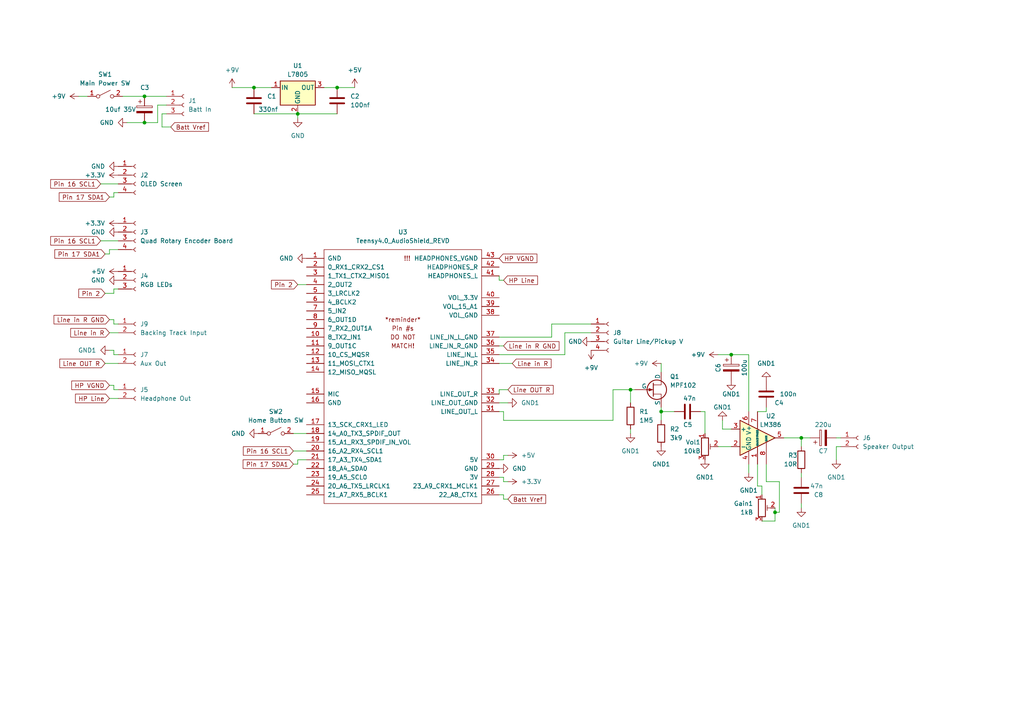
<source format=kicad_sch>
(kicad_sch (version 20230121) (generator eeschema)
  (paper "A4")
  (lib_symbols
    (symbol "AFPI_Device:Teensy4.0_AudioShield_REVD" (pin_names (offset 1.016))
      (property "Reference" "U" (at 0 39.37 0))
      (property "Value" "Teensy4.0_AudioShield_REVD" (at 0 -39.37 0))
      (symbol "Teensy4.0_AudioShield_REVD_0_0"
        (text "!!!" (at 1.27 34.29 0) (effects (font (size 1.27 1.27))))
        (text "*reminder*" (at 0 16.51 0) (effects (font (size 1.27 1.27))))
        (text "DO NOT" (at 0 11.43 0) (effects (font (size 1.27 1.27))))
        (text "MATCH!" (at 0 8.89 0) (effects (font (size 1.27 1.27))))
        (text "Pin #s" (at 0 13.97 0) (effects (font (size 1.27 1.27))))
        (pin bidirectional line (at -27.94 11.43 0) (length 5.08) (name "8_TX2_IN1") (number "10"))
        (pin bidirectional line (at -27.94 8.89 0) (length 5.08) (name "9_OUT1C") (number "11"))
        (pin bidirectional line (at -27.94 6.35 0) (length 5.08) (name "10_CS_MQSR") (number "12"))
        (pin bidirectional line (at -27.94 3.81 0) (length 5.08) (name "11_MOSI_CTX1") (number "13"))
        (pin bidirectional line (at -27.94 1.27 0) (length 5.08) (name "12_MISO_MQSL") (number "14"))
        (pin bidirectional line (at -27.94 -5.08 0) (length 5.08) (name "MIC") (number "15"))
        (pin power_in line (at -27.94 -7.62 0) (length 5.08) (name "GND") (number "16"))
        (pin bidirectional line (at -27.94 -13.97 0) (length 5.08) (name "13_SCK_CRX1_LED") (number "17"))
        (pin bidirectional line (at -27.94 -16.51 0) (length 5.08) (name "14_A0_TX3_SPDIF_OUT") (number "18"))
        (pin bidirectional line (at -27.94 -19.05 0) (length 5.08) (name "15_A1_RX3_SPDIF_IN_VOL") (number "19"))
        (pin bidirectional line (at -27.94 -21.59 0) (length 5.08) (name "16_A2_RX4_SCL1") (number "20"))
        (pin bidirectional line (at -27.94 -24.13 0) (length 5.08) (name "17_A3_TX4_SDA1") (number "21"))
        (pin bidirectional line (at -27.94 -26.67 0) (length 5.08) (name "18_A4_SDA0") (number "22"))
        (pin bidirectional line (at -27.94 -29.21 0) (length 5.08) (name "19_A5_SCL0") (number "23"))
        (pin bidirectional line (at -27.94 -31.75 0) (length 5.08) (name "20_A6_TX5_LRCLK1") (number "24"))
        (pin bidirectional line (at -27.94 -34.29 0) (length 5.08) (name "21_A7_RX5_BCLK1") (number "25"))
        (pin bidirectional line (at 27.94 -34.29 180) (length 5.08) (name "22_A8_CTX1") (number "26"))
        (pin bidirectional line (at 27.94 -31.75 180) (length 5.08) (name "23_A9_CRX1_MCLK1") (number "27"))
        (pin power_out line (at 27.94 -29.21 180) (length 5.08) (name "3V") (number "28"))
        (pin power_in line (at 27.94 -26.67 180) (length 5.08) (name "GND") (number "29"))
        (pin power_out line (at 27.94 -24.13 180) (length 5.08) (name "5V") (number "30"))
        (pin bidirectional line (at 27.94 -10.16 180) (length 5.08) (name "LINE_OUT_L") (number "31"))
        (pin power_in line (at 27.94 -7.62 180) (length 5.08) (name "LINE_OUT_GND") (number "32"))
        (pin bidirectional line (at 27.94 -5.08 180) (length 5.08) (name "LINE_OUT_R") (number "33"))
        (pin bidirectional line (at 27.94 3.81 180) (length 5.08) (name "LINE_IN_R") (number "34"))
        (pin bidirectional line (at 27.94 6.35 180) (length 5.08) (name "LINE_IN_L") (number "35"))
        (pin power_in line (at 27.94 8.89 180) (length 5.08) (name "LINE_IN_R_GND") (number "36"))
        (pin power_in line (at 27.94 11.43 180) (length 5.08) (name "LINE_IN_L_GND") (number "37"))
        (pin bidirectional line (at 27.94 17.78 180) (length 5.08) (name "VOL_GND") (number "38"))
        (pin bidirectional line (at 27.94 20.32 180) (length 5.08) (name "VOL_15_A1") (number "39"))
        (pin bidirectional line (at 27.94 22.86 180) (length 5.08) (name "VOL_3.3V") (number "40"))
        (pin bidirectional line (at 27.94 29.21 180) (length 5.08) (name "HEADPHONES_L") (number "41"))
        (pin bidirectional line (at 27.94 31.75 180) (length 5.08) (name "HEADPHONES_R") (number "42"))
        (pin power_in line (at 27.94 34.29 180) (length 5.08) (name "HEADPHONES_VGND") (number "43"))
        (pin bidirectional line (at -27.94 24.13 0) (length 5.08) (name "3_LRCLK2") (number "5"))
        (pin bidirectional line (at -27.94 21.59 0) (length 5.08) (name "4_BCLK2") (number "6"))
        (pin bidirectional line (at -27.94 19.05 0) (length 5.08) (name "5_IN2") (number "7"))
        (pin bidirectional line (at -27.94 16.51 0) (length 5.08) (name "6_OUT1D") (number "8"))
        (pin bidirectional line (at -27.94 13.97 0) (length 5.08) (name "7_RX2_OUT1A") (number "9"))
      )
      (symbol "Teensy4.0_AudioShield_REVD_0_1"
        (rectangle (start -22.86 36.83) (end 22.86 -36.83))
        (rectangle (start -20.32 -31.75) (end -20.32 -31.75))
      )
      (symbol "Teensy4.0_AudioShield_REVD_1_1"
        (pin power_in line (at -27.94 34.29 0) (length 5.08) (name "GND") (number "1"))
        (pin bidirectional line (at -27.94 31.75 0) (length 5.08) (name "0_RX1_CRX2_CS1") (number "2"))
        (pin bidirectional line (at -27.94 29.21 0) (length 5.08) (name "1_TX1_CTX2_MISO1") (number "3"))
        (pin bidirectional line (at -27.94 26.67 0) (length 5.08) (name "2_OUT2") (number "4"))
      )
    )
    (symbol "Amplifier_Audio:LM386" (pin_names (offset 0.127))
      (property "Reference" "U" (at 1.27 7.62 0))
      (property "Value" "LM386" (at 1.27 5.08 0))
      (symbol "LM386_0_1"
        (polyline (pts (xy 5.08 0) (xy -5.08 5.08) (xy -5.08 -5.08) (xy 5.08 0)) (stroke (width 0.254)) (fill (type background)))
      )
      (symbol "LM386_1_1"
        (pin input line (at 0 -7.62 90) (length 5.08) (name "GAIN") (number "1"))
        (pin input line (at -7.62 -2.54 0) (length 2.54) (name "-") (number "2"))
        (pin input line (at -7.62 2.54 0) (length 2.54) (name "+") (number "3"))
        (pin power_in line (at -2.54 -7.62 90) (length 3.81) (name "GND") (number "4"))
        (pin output line (at 7.62 0 180) (length 2.54) (name "~") (number "5"))
        (pin power_in line (at -2.54 7.62 270) (length 3.81) (name "V+") (number "6"))
        (pin input line (at 0 7.62 270) (length 5.08) (name "BYPASS") (number "7"))
        (pin input line (at 2.54 -7.62 90) (length 6.35) (name "GAIN") (number "8"))
      )
    )
    (symbol "Connector:Conn_01x02_Socket" (pin_names (offset 1.016) hide)
      (property "Reference" "J" (at 0 2.54 0))
      (property "Value" "Conn_01x02_Socket" (at 0 -5.08 0))
      (symbol "Conn_01x02_Socket_1_1"
        (arc (start 0 -2.032) (mid -0.5058 -2.54) (end 0 -3.048) (stroke (width 0.1524)))
        (polyline (pts (xy -1.27 -2.54) (xy -0.508 -2.54)) (stroke (width 0.1524)))
        (polyline (pts (xy -1.27 0) (xy -0.508 0)) (stroke (width 0.1524)))
        (arc (start 0 0.508) (mid -0.5058 0) (end 0 -0.508) (stroke (width 0.1524)))
        (pin passive line (at -5.08 0 0) (length 3.81) (name "Pin_1") (number "1"))
        (pin passive line (at -5.08 -2.54 0) (length 3.81) (name "Pin_2") (number "2"))
      )
    )
    (symbol "Connector:Conn_01x03_Socket" (pin_names (offset 1.016) hide)
      (property "Reference" "J" (at 0 5.08 0))
      (property "Value" "Conn_01x03_Socket" (at 0 -5.08 0))
      (symbol "Conn_01x03_Socket_1_1"
        (arc (start 0 -2.032) (mid -0.5058 -2.54) (end 0 -3.048) (stroke (width 0.1524)))
        (polyline (pts (xy -1.27 -2.54) (xy -0.508 -2.54)) (stroke (width 0.1524)))
        (polyline (pts (xy -1.27 0) (xy -0.508 0)) (stroke (width 0.1524)))
        (polyline (pts (xy -1.27 2.54) (xy -0.508 2.54)) (stroke (width 0.1524)))
        (arc (start 0 0.508) (mid -0.5058 0) (end 0 -0.508) (stroke (width 0.1524)))
        (arc (start 0 3.048) (mid -0.5058 2.54) (end 0 2.032) (stroke (width 0.1524)))
        (pin passive line (at -5.08 2.54 0) (length 3.81) (name "Pin_1") (number "1"))
        (pin passive line (at -5.08 0 0) (length 3.81) (name "Pin_2") (number "2"))
        (pin passive line (at -5.08 -2.54 0) (length 3.81) (name "Pin_3") (number "3"))
      )
    )
    (symbol "Connector:Conn_01x04_Socket" (pin_names (offset 1.016) hide)
      (property "Reference" "J" (at 0 5.08 0))
      (property "Value" "Conn_01x04_Socket" (at 0 -7.62 0))
      (symbol "Conn_01x04_Socket_1_1"
        (arc (start 0 -4.572) (mid -0.5058 -5.08) (end 0 -5.588) (stroke (width 0.1524)))
        (arc (start 0 -2.032) (mid -0.5058 -2.54) (end 0 -3.048) (stroke (width 0.1524)))
        (polyline (pts (xy -1.27 -5.08) (xy -0.508 -5.08)) (stroke (width 0.1524)))
        (polyline (pts (xy -1.27 -2.54) (xy -0.508 -2.54)) (stroke (width 0.1524)))
        (polyline (pts (xy -1.27 0) (xy -0.508 0)) (stroke (width 0.1524)))
        (polyline (pts (xy -1.27 2.54) (xy -0.508 2.54)) (stroke (width 0.1524)))
        (arc (start 0 0.508) (mid -0.5058 0) (end 0 -0.508) (stroke (width 0.1524)))
        (arc (start 0 3.048) (mid -0.5058 2.54) (end 0 2.032) (stroke (width 0.1524)))
        (pin passive line (at -5.08 2.54 0) (length 3.81) (name "Pin_1") (number "1"))
        (pin passive line (at -5.08 0 0) (length 3.81) (name "Pin_2") (number "2"))
        (pin passive line (at -5.08 -2.54 0) (length 3.81) (name "Pin_3") (number "3"))
        (pin passive line (at -5.08 -5.08 0) (length 3.81) (name "Pin_4") (number "4"))
      )
    )
    (symbol "Device:C" (pin_numbers hide) (pin_names (offset 0.254))
      (property "Reference" "C" (at 0.635 2.54 0))
      (property "Value" "C" (at 0.635 -2.54 0))
      (symbol "C_0_1"
        (polyline (pts (xy -2.032 -0.762) (xy 2.032 -0.762)) (stroke (width 0.508)))
        (polyline (pts (xy -2.032 0.762) (xy 2.032 0.762)) (stroke (width 0.508)))
      )
      (symbol "C_1_1"
        (pin passive line (at 0 3.81 270) (length 2.794) (name "~") (number "1"))
        (pin passive line (at 0 -3.81 90) (length 2.794) (name "~") (number "2"))
      )
    )
    (symbol "Device:C_Polarized" (pin_numbers hide) (pin_names (offset 0.254))
      (property "Reference" "C" (at 0.635 2.54 0))
      (property "Value" "C_Polarized" (at 0.635 -2.54 0))
      (symbol "C_Polarized_0_1"
        (rectangle (start -2.286 0.508) (end 2.286 1.016))
        (polyline (pts (xy -1.778 2.286) (xy -0.762 2.286)))
        (polyline (pts (xy -1.27 2.794) (xy -1.27 1.778)))
        (rectangle (start 2.286 -0.508) (end -2.286 -1.016) (fill (type outline)))
      )
      (symbol "C_Polarized_1_1"
        (pin passive line (at 0 3.81 270) (length 2.794) (name "~") (number "1"))
        (pin passive line (at 0 -3.81 90) (length 2.794) (name "~") (number "2"))
      )
    )
    (symbol "Device:R" (pin_numbers hide) (pin_names (offset 0))
      (property "Reference" "R" (at 2.032 0 90))
      (property "Value" "R" (at 0 0 90))
      (symbol "R_0_1"
        (rectangle (start -1.016 -2.54) (end 1.016 2.54) (stroke (width 0.254)))
      )
      (symbol "R_1_1"
        (pin passive line (at 0 3.81 270) (length 1.27) (name "~") (number "1"))
        (pin passive line (at 0 -3.81 90) (length 1.27) (name "~") (number "2"))
      )
    )
    (symbol "Device:R_Potentiometer_Trim" (pin_names (offset 1.016) hide)
      (property "Reference" "RV" (at -4.445 0 90))
      (property "Value" "R_Potentiometer_Trim" (at -2.54 0 90))
      (symbol "R_Potentiometer_Trim_0_1"
        (polyline (pts (xy 1.524 0.762) (xy 1.524 -0.762)))
        (polyline (pts (xy 2.54 0) (xy 1.524 0)))
        (rectangle (start 1.016 2.54) (end -1.016 -2.54) (stroke (width 0.254)))
      )
      (symbol "R_Potentiometer_Trim_1_1"
        (pin passive line (at 0 3.81 270) (length 1.27) (name "1") (number "1"))
        (pin passive line (at 3.81 0 180) (length 1.27) (name "2") (number "2"))
        (pin passive line (at 0 -3.81 90) (length 1.27) (name "3") (number "3"))
      )
    )
    (symbol "Regulator_Linear:L7805" (pin_names (offset 0.254))
      (property "Reference" "U" (at -3.81 3.175 0))
      (property "Value" "L7805" (at 0 3.175 0))
      (symbol "L7805_0_1"
        (rectangle (start -5.08 1.905) (end 5.08 -5.08) (stroke (width 0.254)) (fill (type background)))
      )
      (symbol "L7805_1_1"
        (pin power_in line (at -7.62 0 0) (length 2.54) (name "IN") (number "1"))
        (pin power_in line (at 0 -7.62 90) (length 2.54) (name "GND") (number "2"))
        (pin power_out line (at 7.62 0 180) (length 2.54) (name "OUT") (number "3"))
      )
    )
    (symbol "Simulation_SPICE:NJFET" (pin_numbers hide) (pin_names (offset 0))
      (property "Reference" "Q" (at 5.08 1.27 0))
      (property "Value" "NJFET" (at 5.08 -1.27 0))
      (symbol "NJFET_0_1"
        (polyline (pts (xy 0.254 1.905) (xy 0.254 -1.905) (xy 0.254 -1.905)) (stroke (width 0.254)))
        (polyline (pts (xy 2.54 -2.54) (xy 2.54 -1.27) (xy 0.254 -1.27)))
        (polyline (pts (xy 2.54 2.54) (xy 2.54 1.397) (xy 0.254 1.397)))
        (polyline (pts (xy 0 0) (xy -1.016 0.381) (xy -1.016 -0.381) (xy 0 0)) (fill (type outline)))
        (circle (center 1.27 0) (radius 2.8194) (stroke (width 0.254)))
      )
      (symbol "NJFET_1_1"
        (pin passive line (at 2.54 5.08 270) (length 2.54) (name "D") (number "1"))
        (pin input line (at -5.08 0 0) (length 5.334) (name "G") (number "2"))
        (pin passive line (at 2.54 -5.08 90) (length 2.54) (name "S") (number "3"))
      )
    )
    (symbol "Switch:SW_SPST" (pin_names (offset 0) hide)
      (property "Reference" "SW" (at 0 3.175 0))
      (property "Value" "SW_SPST" (at 0 -2.54 0))
      (symbol "SW_SPST_0_0"
        (circle (center -2.032 0) (radius 0.508))
        (polyline (pts (xy -1.524 0.254) (xy 1.524 1.778)))
        (circle (center 2.032 0) (radius 0.508))
      )
      (symbol "SW_SPST_1_1"
        (pin passive line (at -5.08 0 0) (length 2.54) (name "A") (number "1"))
        (pin passive line (at 5.08 0 180) (length 2.54) (name "B") (number "2"))
      )
    )
    (symbol "power:+3.3V" (power) (pin_names (offset 0))
      (property "Value" "+3.3V" (at 0 3.556 0))
      (symbol "+3.3V_0_1"
        (polyline (pts (xy -0.762 1.27) (xy 0 2.54)))
        (polyline (pts (xy 0 0) (xy 0 2.54)))
        (polyline (pts (xy 0 2.54) (xy 0.762 1.27)))
      )
      (symbol "+3.3V_1_1"
        (pin power_in line (at 0 0 90) (length 0) hide (name "+3.3V") (number "1"))
      )
    )
    (symbol "power:+5V" (power) (pin_names (offset 0))
      (property "Value" "+5V" (at 0 3.556 0))
      (symbol "+5V_0_1"
        (polyline (pts (xy -0.762 1.27) (xy 0 2.54)))
        (polyline (pts (xy 0 0) (xy 0 2.54)))
        (polyline (pts (xy 0 2.54) (xy 0.762 1.27)))
      )
      (symbol "+5V_1_1"
        (pin power_in line (at 0 0 90) (length 0) hide (name "+5V") (number "1"))
      )
    )
    (symbol "power:+9V" (power) (pin_names (offset 0))
      (property "Value" "+9V" (at 0 3.556 0))
      (symbol "+9V_0_1"
        (polyline (pts (xy -0.762 1.27) (xy 0 2.54)))
        (polyline (pts (xy 0 0) (xy 0 2.54)))
        (polyline (pts (xy 0 2.54) (xy 0.762 1.27)))
      )
      (symbol "+9V_1_1"
        (pin power_in line (at 0 0 90) (length 0) hide (name "+9V") (number "1"))
      )
    )
    (symbol "power:GND" (power) (pin_names (offset 0))
      (property "Value" "GND" (at 0 -3.81 0))
      (symbol "GND_0_1"
        (polyline (pts (xy 0 0) (xy 0 -1.27) (xy 1.27 -1.27) (xy 0 -2.54) (xy -1.27 -1.27) (xy 0 -1.27)))
      )
      (symbol "GND_1_1"
        (pin power_in line (at 0 0 270) (length 0) hide (name "GND") (number "1"))
      )
    )
    (symbol "power:GND1" (power) (pin_names (offset 0))
      (property "Value" "GND1" (at 0 -3.81 0))
      (symbol "GND1_0_1"
        (polyline (pts (xy 0 0) (xy 0 -1.27) (xy 1.27 -1.27) (xy 0 -2.54) (xy -1.27 -1.27) (xy 0 -1.27)))
      )
      (symbol "GND1_1_1"
        (pin power_in line (at 0 0 270) (length 0) hide (name "GND1") (number "1"))
      )
    )
  )
  (junction (at 41.91 27.94))
  (junction (at 232.41 127))
  (junction (at 86.36 33.02))
  (junction (at 212.09 102.87))
  (junction (at 224.79 148.59))
  (junction (at 182.88 113.03))
  (junction (at 191.77 119.38))
  (junction (at 97.79 25.4))
  (junction (at 41.91 35.56))
  (junction (at 73.66 25.4))
  (wire (pts (xy 31.75 111.76) (xy 33.02 111.76)))
  (wire (pts (xy 146.05 138.43) (xy 144.78 138.43)))
  (wire (pts (xy 73.66 33.02) (xy 86.36 33.02)))
  (wire (pts (xy 146.05 119.38) (xy 144.78 119.38)))
  (wire (pts (xy 208.28 129.54) (xy 212.09 129.54)))
  (wire (pts (xy 232.41 129.54) (xy 232.41 127)))
  (wire (pts (xy 191.77 105.41) (xy 191.77 107.95)))
  (wire (pts (xy 217.17 119.38) (xy 217.17 102.87)))
  (wire (pts (xy 30.48 85.09) (xy 33.02 85.09)))
  (wire (pts (xy 45.72 30.48) (xy 48.26 30.48)))
  (wire (pts (xy 144.78 80.01) (xy 144.78 81.28)))
  (wire (pts (xy 33.02 85.09) (xy 33.02 83.82)))
  (wire (pts (xy 146.05 100.33) (xy 144.78 100.33)))
  (wire (pts (xy 203.2 119.38) (xy 204.47 119.38)))
  (wire (pts (xy 41.91 27.94) (xy 48.26 27.94)))
  (wire (pts (xy 144.78 102.87) (xy 163.83 102.87)))
  (wire (pts (xy 85.09 134.62) (xy 86.36 134.62)))
  (wire (pts (xy 204.47 119.38) (xy 204.47 125.73)))
  (wire (pts (xy 86.36 34.29) (xy 86.36 33.02)))
  (wire (pts (xy 220.98 140.97) (xy 220.98 143.51)))
  (wire (pts (xy 224.79 148.59) (xy 226.06 148.59)))
  (wire (pts (xy 232.41 127) (xy 227.33 127)))
  (wire (pts (xy 226.06 148.59) (xy 226.06 139.7)))
  (wire (pts (xy 209.55 121.92) (xy 209.55 124.46)))
  (wire (pts (xy 22.86 27.94) (xy 25.4 27.94)))
  (wire (pts (xy 219.71 119.38) (xy 222.25 119.38)))
  (wire (pts (xy 67.31 25.4) (xy 73.66 25.4)))
  (wire (pts (xy 86.36 82.55) (xy 88.9 82.55)))
  (wire (pts (xy 86.36 134.62) (xy 86.36 133.35)))
  (wire (pts (xy 208.28 102.87) (xy 212.09 102.87)))
  (wire (pts (xy 29.21 69.85) (xy 34.29 69.85)))
  (wire (pts (xy 146.05 139.7) (xy 146.05 138.43)))
  (wire (pts (xy 33.02 55.88) (xy 33.02 57.15)))
  (wire (pts (xy 212.09 102.87) (xy 217.17 102.87)))
  (wire (pts (xy 160.02 93.98) (xy 160.02 97.79)))
  (wire (pts (xy 33.02 83.82) (xy 34.29 83.82)))
  (wire (pts (xy 86.36 33.02) (xy 97.79 33.02)))
  (wire (pts (xy 30.48 105.41) (xy 34.29 105.41)))
  (wire (pts (xy 86.36 133.35) (xy 88.9 133.35)))
  (wire (pts (xy 177.8 121.92) (xy 177.8 113.03)))
  (wire (pts (xy 222.25 139.7) (xy 222.25 134.62)))
  (wire (pts (xy 147.32 132.08) (xy 146.05 132.08)))
  (wire (pts (xy 33.02 93.98) (xy 34.29 93.98)))
  (wire (pts (xy 191.77 119.38) (xy 191.77 121.92)))
  (wire (pts (xy 146.05 144.78) (xy 146.05 143.51)))
  (wire (pts (xy 45.72 35.56) (xy 45.72 30.48)))
  (wire (pts (xy 31.75 96.52) (xy 34.29 96.52)))
  (wire (pts (xy 93.98 25.4) (xy 97.79 25.4)))
  (wire (pts (xy 232.41 146.05) (xy 232.41 147.32)))
  (wire (pts (xy 146.05 81.28) (xy 144.78 81.28)))
  (wire (pts (xy 33.02 113.03) (xy 34.29 113.03)))
  (wire (pts (xy 177.8 113.03) (xy 182.88 113.03)))
  (wire (pts (xy 163.83 96.52) (xy 171.45 96.52)))
  (wire (pts (xy 243.84 129.54) (xy 242.57 129.54)))
  (wire (pts (xy 219.71 134.62) (xy 219.71 140.97)))
  (wire (pts (xy 147.32 144.78) (xy 146.05 144.78)))
  (wire (pts (xy 144.78 113.03) (xy 144.78 114.3)))
  (wire (pts (xy 146.05 121.92) (xy 177.8 121.92)))
  (wire (pts (xy 35.56 27.94) (xy 41.91 27.94)))
  (wire (pts (xy 30.48 73.66) (xy 31.75 73.66)))
  (wire (pts (xy 73.66 25.4) (xy 78.74 25.4)))
  (wire (pts (xy 220.98 151.13) (xy 224.79 151.13)))
  (wire (pts (xy 184.15 113.03) (xy 182.88 113.03)))
  (wire (pts (xy 144.78 143.51) (xy 146.05 143.51)))
  (wire (pts (xy 33.02 102.87) (xy 34.29 102.87)))
  (wire (pts (xy 222.25 119.38) (xy 222.25 118.11)))
  (wire (pts (xy 48.26 33.02) (xy 46.99 33.02)))
  (wire (pts (xy 144.78 97.79) (xy 160.02 97.79)))
  (wire (pts (xy 144.78 105.41) (xy 148.59 105.41)))
  (wire (pts (xy 224.79 151.13) (xy 224.79 148.59)))
  (wire (pts (xy 182.88 113.03) (xy 182.88 116.84)))
  (wire (pts (xy 146.05 121.92) (xy 146.05 119.38)))
  (wire (pts (xy 85.09 130.81) (xy 88.9 130.81)))
  (wire (pts (xy 144.78 116.84) (xy 147.32 116.84)))
  (wire (pts (xy 226.06 139.7) (xy 222.25 139.7)))
  (wire (pts (xy 147.32 113.03) (xy 144.78 113.03)))
  (wire (pts (xy 41.91 35.56) (xy 45.72 35.56)))
  (wire (pts (xy 219.71 140.97) (xy 220.98 140.97)))
  (wire (pts (xy 191.77 119.38) (xy 195.58 119.38)))
  (wire (pts (xy 97.79 25.4) (xy 102.87 25.4)))
  (wire (pts (xy 217.17 134.62) (xy 217.17 137.16)))
  (wire (pts (xy 242.57 129.54) (xy 242.57 133.35)))
  (wire (pts (xy 232.41 137.16) (xy 232.41 138.43)))
  (wire (pts (xy 242.57 127) (xy 243.84 127)))
  (wire (pts (xy 182.88 124.46) (xy 182.88 125.73)))
  (wire (pts (xy 33.02 57.15) (xy 31.75 57.15)))
  (wire (pts (xy 212.09 124.46) (xy 209.55 124.46)))
  (wire (pts (xy 46.99 33.02) (xy 46.99 36.83)))
  (wire (pts (xy 31.75 115.57) (xy 34.29 115.57)))
  (wire (pts (xy 31.75 101.6) (xy 33.02 101.6)))
  (wire (pts (xy 34.29 55.88) (xy 33.02 55.88)))
  (wire (pts (xy 31.75 92.71) (xy 33.02 92.71)))
  (wire (pts (xy 171.45 93.98) (xy 160.02 93.98)))
  (wire (pts (xy 146.05 132.08) (xy 146.05 133.35)))
  (wire (pts (xy 33.02 92.71) (xy 33.02 93.98)))
  (wire (pts (xy 163.83 96.52) (xy 163.83 102.87)))
  (wire (pts (xy 36.83 35.56) (xy 41.91 35.56)))
  (wire (pts (xy 29.21 53.34) (xy 34.29 53.34)))
  (wire (pts (xy 46.99 36.83) (xy 49.53 36.83)))
  (wire (pts (xy 147.32 139.7) (xy 146.05 139.7)))
  (wire (pts (xy 146.05 133.35) (xy 144.78 133.35)))
  (wire (pts (xy 31.75 72.39) (xy 34.29 72.39)))
  (wire (pts (xy 31.75 73.66) (xy 31.75 72.39)))
  (wire (pts (xy 224.79 148.59) (xy 224.79 147.32)))
  (wire (pts (xy 191.77 118.11) (xy 191.77 119.38)))
  (wire (pts (xy 33.02 101.6) (xy 33.02 102.87)))
  (wire (pts (xy 232.41 127) (xy 234.95 127)))
  (wire (pts (xy 33.02 111.76) (xy 33.02 113.03)))
  (wire (pts (xy 85.09 125.73) (xy 88.9 125.73)))
  (global_label "Pin 16 SCL1" (shape input) (at 29.21 53.34 180) (property "Intersheetrefs" "${INTERSHEET_REFS}" (effects hide)))
  (global_label "HP VGND" (shape input) (at 144.78 74.93 0) (property "Intersheetrefs" "${INTERSHEET_REFS}" (effects hide)))
  (global_label "Batt Vref" (shape input) (at 49.53 36.83 0) (property "Intersheetrefs" "${INTERSHEET_REFS}" (effects hide)))
  (global_label "Line in R GND" (shape input) (at 146.05 100.33 0) (property "Intersheetrefs" "${INTERSHEET_REFS}" (effects hide)))
  (global_label "Pin 17 SDA1" (shape input) (at 30.48 73.66 180) (property "Intersheetrefs" "${INTERSHEET_REFS}" (effects hide)))
  (global_label "Line OUT R" (shape input) (at 147.32 113.03 0) (property "Intersheetrefs" "${INTERSHEET_REFS}" (effects hide)))
  (global_label "Pin 17 SDA1" (shape input) (at 31.75 57.15 180) (property "Intersheetrefs" "${INTERSHEET_REFS}" (effects hide)))
  (global_label "HP VGND" (shape input) (at 31.75 111.76 180) (property "Intersheetrefs" "${INTERSHEET_REFS}" (effects hide)))
  (global_label "Line in R" (shape input) (at 31.75 96.52 180) (property "Intersheetrefs" "${INTERSHEET_REFS}" (effects hide)))
  (global_label "Pin 16 SCL1" (shape input) (at 85.09 130.81 180) (property "Intersheetrefs" "${INTERSHEET_REFS}" (effects hide)))
  (global_label "Pin 17 SDA1" (shape input) (at 85.09 134.62 180) (property "Intersheetrefs" "${INTERSHEET_REFS}" (effects hide)))
  (global_label "HP Line" (shape input) (at 31.75 115.57 180) (property "Intersheetrefs" "${INTERSHEET_REFS}" (effects hide)))
  (global_label "Batt Vref" (shape input) (at 147.32 144.78 0) (property "Intersheetrefs" "${INTERSHEET_REFS}" (effects hide)))
  (global_label "Line in R GND" (shape input) (at 31.75 92.71 180) (property "Intersheetrefs" "${INTERSHEET_REFS}" (effects hide)))
  (global_label "Line in R" (shape input) (at 148.59 105.41 0) (property "Intersheetrefs" "${INTERSHEET_REFS}" (effects hide)))
  (global_label "Pin 2" (shape input) (at 86.36 82.55 180) (property "Intersheetrefs" "${INTERSHEET_REFS}" (effects hide)))
  (global_label "HP Line" (shape input) (at 146.05 81.28 0) (property "Intersheetrefs" "${INTERSHEET_REFS}" (effects hide)))
  (global_label "Pin 2" (shape input) (at 30.48 85.09 180) (property "Intersheetrefs" "${INTERSHEET_REFS}" (effects hide)))
  (global_label "Line OUT R" (shape input) (at 30.48 105.41 180) (property "Intersheetrefs" "${INTERSHEET_REFS}" (effects hide)))
  (global_label "Pin 16 SCL1" (shape input) (at 29.21 69.85 180) (property "Intersheetrefs" "${INTERSHEET_REFS}" (effects hide)))
  (symbol (lib_id "Regulator_Linear:L7805") (at 86.36 25.4 0) (unit 1)
    (property "Reference" "U1" (at 86.36 19.05 0))
    (property "Value" "L7805" (at 86.36 21.59 0))
    (property "Footprint" "Package_TO_SOT_THT:TO-220-3_Horizontal_TabDown" (effects hide))
    (property "Datasheet" "http://www.st.com/content/ccc/resource/technical/document/datasheet/41/4f/b3/b0/12/d4/47/88/CD00000444.pdf/files/CD00000444.pdf/jcr:content/translations/en.CD00000444.pdf" (effects hide))
  )
  (symbol (lib_id "Device:C") (at 199.39 119.38 270) (unit 1)
    (property "Reference" "C5" (at 198.12 123.19 90) (effects (justify left)))
    (property "Value" "47n" (at 198.12 115.57 90) (effects (justify left)))
    (property "Footprint" "Capacitor_SMD:C_1206_3216Metric" (effects hide))
  )
  (symbol (lib_id "Connector:Conn_01x02_Socket") (at 248.92 127 0) (unit 1)
    (property "Reference" "J6" (at 250.19 127 0) (effects (justify left)))
    (property "Value" "Speaker Output" (at 250.19 129.54 0) (effects (justify left)))
    (property "Footprint" "Connector_JST:JST_GH_BM02B-GHS-TBT_1x02-1MP_P1.25mm_Vertical" (effects hide))
  )
  (symbol (lib_id "Amplifier_Audio:LM386") (at 219.71 127 0) (unit 1)
    (property "Reference" "U2" (at 223.52 120.65 0))
    (property "Value" "LM386" (at 223.52 123.19 0))
    (property "Footprint" "Package_DIP:DIP-8_W7.62mm" (effects hide))
    (property "Datasheet" "http://www.ti.com/lit/ds/symlink/lm386.pdf" (effects hide))
  )
  (symbol (lib_id "Device:C") (at 232.41 142.24 180) (unit 1)
    (property "Reference" "C8" (at 238.76 143.51 0) (effects (justify left)))
    (property "Value" "47n" (at 238.76 140.97 0) (effects (justify left)))
    (property "Footprint" "Capacitor_SMD:C_1206_3216Metric" (effects hide))
  )
  (symbol (lib_id "power:GND") (at 88.9 74.93 270) (unit 1)
    (property "Reference" "#PWR07" (effects hide))
    (property "Value" "GND" (at 85.09 74.93 90) (effects (justify right)))
  )
  (symbol (lib_id "power:GND1") (at 209.55 121.92 180) (unit 1)
    (property "Reference" "#PWR021" (effects hide))
    (property "Value" "GND1" (at 209.55 118.11 0))
  )
  (symbol (lib_id "Connector:Conn_01x04_Socket") (at 39.37 67.31 0) (unit 1)
    (property "Reference" "J3" (at 40.64 67.31 0) (effects (justify left)))
    (property "Value" "Quad Rotary Encoder Board" (at 40.64 69.85 0) (effects (justify left)))
    (property "Footprint" "Connector_JST:JST_GH_BM04B-GHS-TBT_1x04-1MP_P1.25mm_Vertical" (effects hide))
  )
  (symbol (lib_id "power:GND1") (at 212.09 110.49 0) (unit 1)
    (property "Reference" "#PWR020" (effects hide))
    (property "Value" "GND1" (at 212.09 114.3 0))
  )
  (symbol (lib_id "power:GND1") (at 232.41 147.32 0) (unit 1)
    (property "Reference" "#PWR016" (effects hide))
    (property "Value" "GND1" (at 232.41 152.4 0))
  )
  (symbol (lib_id "Connector:Conn_01x03_Socket") (at 39.37 81.28 0) (unit 1)
    (property "Reference" "J4" (at 40.64 80.01 0) (effects (justify left)))
    (property "Value" "RGB LEDs" (at 40.64 82.55 0) (effects (justify left)))
    (property "Footprint" "Connector_JST:JST_GH_BM03B-GHS-TBT_1x03-1MP_P1.25mm_Vertical" (effects hide))
  )
  (symbol (lib_id "power:GND") (at 34.29 67.31 270) (unit 1)
    (property "Reference" "#PWR08" (effects hide))
    (property "Value" "GND" (at 30.48 67.31 90) (effects (justify right)))
  )
  (symbol (lib_id "Simulation_SPICE:NJFET") (at 189.23 113.03 0) (unit 1)
    (property "Reference" "Q1" (at 194.31 109.22 0) (effects (justify left)))
    (property "Value" "MPF102" (at 194.31 111.76 0) (effects (justify left)))
    (property "Footprint" "Package_TO_SOT_THT:TO-92" (effects hide))
    (property "Sim.Device" "NJFET" (effects hide))
    (property "Sim.Type" "SHICHMANHODGES" (effects hide))
    (property "Sim.Pins" "1=D 2=G 3=S" (effects hide))
  )
  (symbol (lib_id "power:GND1") (at 242.57 133.35 0) (unit 1)
    (property "Reference" "#PWR017" (effects hide))
    (property "Value" "GND1" (at 242.57 138.43 0))
  )
  (symbol (lib_id "Device:R") (at 182.88 120.65 0) (unit 1)
    (property "Reference" "R1" (at 185.42 119.38 0) (effects (justify left)))
    (property "Value" "1M5" (at 185.42 121.92 0) (effects (justify left)))
    (property "Footprint" "Resistor_SMD:R_1206_3216Metric" (effects hide))
  )
  (symbol (lib_id "power:GND") (at 74.93 125.73 270) (unit 1)
    (property "Reference" "#PWR023" (effects hide))
    (property "Value" "GND" (at 71.12 125.73 90) (effects (justify right)))
  )
  (symbol (lib_id "Device:C") (at 97.79 29.21 0) (unit 1)
    (property "Reference" "C2" (at 101.6 27.94 0) (effects (justify left)))
    (property "Value" "100nf" (at 101.6 30.48 0) (effects (justify left)))
    (property "Footprint" "Capacitor_SMD:C_1206_3216Metric" (effects hide))
  )
  (symbol (lib_id "power:+3.3V") (at 34.29 64.77 90) (unit 1)
    (property "Reference" "#PWR028" (effects hide))
    (property "Value" "+3.3V" (at 30.48 64.77 90) (effects (justify left)))
  )
  (symbol (lib_id "power:GND") (at 36.83 35.56 270) (unit 1)
    (property "Reference" "#PWR01" (effects hide))
    (property "Value" "GND" (at 33.02 35.56 90) (effects (justify right)))
  )
  (symbol (lib_id "power:GND") (at 34.29 81.28 270) (unit 1)
    (property "Reference" "#PWR011" (effects hide))
    (property "Value" "GND" (at 30.48 81.28 90) (effects (justify right)))
  )
  (symbol (lib_id "Device:C") (at 222.25 114.3 180) (unit 1)
    (property "Reference" "C4" (at 227.33 116.84 0) (effects (justify left)))
    (property "Value" "100n" (at 231.14 114.3 0) (effects (justify left)))
    (property "Footprint" "Capacitor_SMD:C_1206_3216Metric" (effects hide))
  )
  (symbol (lib_id "power:+5V") (at 102.87 25.4 0) (unit 1)
    (property "Reference" "#PWR04" (effects hide))
    (property "Value" "+5V" (at 102.87 20.32 0))
  )
  (symbol (lib_id "power:GND1") (at 147.32 116.84 90) (unit 1)
    (property "Reference" "#PWR022" (effects hide))
    (property "Value" "GND1" (at 151.13 116.84 90) (effects (justify right)))
  )
  (symbol (lib_id "power:GND") (at 144.78 135.89 90) (unit 1)
    (property "Reference" "#PWR025" (effects hide))
    (property "Value" "GND" (at 148.59 135.89 90) (effects (justify right)))
  )
  (symbol (lib_id "AFPI_Device:Teensy4.0_AudioShield_REVD") (at 116.84 109.22 0) (unit 1)
    (property "Reference" "U3" (at 116.84 67.31 0))
    (property "Value" "Teensy4.0_AudioShield_REVD" (at 116.84 69.85 0))
    (property "Footprint" "AFPI Device Library:Teensy 4.0 audioshield" (effects hide))
  )
  (symbol (lib_id "power:+9V") (at 67.31 25.4 0) (unit 1)
    (property "Reference" "#PWR05" (effects hide))
    (property "Value" "+9V" (at 67.31 20.32 0))
  )
  (symbol (lib_id "Connector:Conn_01x02_Socket") (at 39.37 102.87 0) (unit 1)
    (property "Reference" "J7" (at 40.64 102.87 0) (effects (justify left)))
    (property "Value" "Aux Out" (at 40.64 105.41 0) (effects (justify left)))
    (property "Footprint" "Connector_JST:JST_GH_BM02B-GHS-TBT_1x02-1MP_P1.25mm_Vertical" (effects hide))
  )
  (symbol (lib_id "power:GND") (at 34.29 48.26 270) (unit 1)
    (property "Reference" "#PWR09" (effects hide))
    (property "Value" "GND" (at 30.48 48.26 90) (effects (justify right)))
  )
  (symbol (lib_id "Switch:SW_SPST") (at 30.48 27.94 0) (unit 1)
    (property "Reference" "SW1" (at 30.48 21.59 0))
    (property "Value" "Main Power SW" (at 30.48 24.13 0))
    (property "Footprint" "Connector_JST:JST_XH_B2B-XH-A_1x02_P2.50mm_Vertical" (effects hide))
  )
  (symbol (lib_id "power:GND") (at 86.36 34.29 0) (unit 1)
    (property "Reference" "#PWR03" (effects hide))
    (property "Value" "GND" (at 86.36 39.37 0))
  )
  (symbol (lib_id "Device:R_Potentiometer_Trim") (at 204.47 129.54 0) (unit 1)
    (property "Reference" "Vol1" (at 203.2 128.27 0) (effects (justify right)))
    (property "Value" "10kB" (at 203.2 130.81 0) (effects (justify right)))
    (property "Footprint" "Potentiometer_THT:Potentiometer_Piher_PT-6-V_Vertical" (effects hide))
  )
  (symbol (lib_id "Connector:Conn_01x04_Socket") (at 39.37 50.8 0) (unit 1)
    (property "Reference" "J2" (at 40.64 50.8 0) (effects (justify left)))
    (property "Value" "OLED Screen " (at 40.64 53.34 0) (effects (justify left)))
    (property "Footprint" "Connector_JST:JST_GH_BM04B-GHS-TBT_1x04-1MP_P1.25mm_Vertical" (effects hide))
  )
  (symbol (lib_id "power:GND1") (at 217.17 137.16 0) (unit 1)
    (property "Reference" "#PWR015" (effects hide))
    (property "Value" "GND1" (at 217.17 142.24 0))
  )
  (symbol (lib_id "Connector:Conn_01x02_Socket") (at 39.37 93.98 0) (unit 1)
    (property "Reference" "J9" (at 40.64 93.98 0) (effects (justify left)))
    (property "Value" "Backing Track Input" (at 40.64 96.52 0) (effects (justify left)))
    (property "Footprint" "Connector_JST:JST_GH_BM02B-GHS-TBT_1x02-1MP_P1.25mm_Vertical" (effects hide))
  )
  (symbol (lib_id "power:GND1") (at 204.47 133.35 0) (unit 1)
    (property "Reference" "#PWR014" (effects hide))
    (property "Value" "GND1" (at 204.47 138.43 0))
  )
  (symbol (lib_id "power:GND1") (at 191.77 129.54 0) (unit 1)
    (property "Reference" "#PWR013" (effects hide))
    (property "Value" "GND1" (at 191.77 134.62 0))
  )
  (symbol (lib_id "Device:C_Polarized") (at 212.09 106.68 0) (unit 1)
    (property "Reference" "C6" (at 208.28 106.68 90))
    (property "Value" "100u" (at 215.9 106.68 90))
    (property "Footprint" "Capacitor_SMD:CP_Elec_6.3x7.7" (effects hide))
  )
  (symbol (lib_id "power:+9V") (at 22.86 27.94 90) (unit 1)
    (property "Reference" "#PWR02" (effects hide))
    (property "Value" "+9V" (at 19.05 27.94 90) (effects (justify left)))
  )
  (symbol (lib_id "Device:C_Polarized") (at 238.76 127 90) (unit 1)
    (property "Reference" "C7" (at 238.76 130.81 90))
    (property "Value" "220u" (at 238.76 123.19 90))
    (property "Footprint" "Capacitor_SMD:CP_Elec_8x10.5" (effects hide))
  )
  (symbol (lib_id "power:+9V") (at 191.77 105.41 90) (unit 1)
    (property "Reference" "#PWR012" (effects hide))
    (property "Value" "+9V" (at 187.96 105.41 90) (effects (justify left)))
  )
  (symbol (lib_id "power:+3.3V") (at 147.32 139.7 270) (unit 1)
    (property "Reference" "#PWR027" (effects hide))
    (property "Value" "+3.3V" (at 151.13 139.7 90) (effects (justify left)))
  )
  (symbol (lib_id "Device:R_Potentiometer_Trim") (at 220.98 147.32 0) (unit 1)
    (property "Reference" "Gain1" (at 218.44 146.05 0) (effects (justify right)))
    (property "Value" "1kB" (at 218.44 148.59 0) (effects (justify right)))
    (property "Footprint" "Potentiometer_THT:Potentiometer_Piher_PT-6-V_Vertical" (effects hide))
  )
  (symbol (lib_id "Device:C_Polarized") (at 41.91 31.75 0) (unit 1)
    (property "Reference" "C3" (at 40.64 25.4 0) (effects (justify left)))
    (property "Value" "10uf 35V" (at 30.48 31.75 0) (effects (justify left)))
    (property "Footprint" "Capacitor_SMD:CP_Elec_5x5.4" (effects hide))
  )
  (symbol (lib_id "power:+9V") (at 171.45 101.6 180) (unit 1)
    (property "Reference" "#PWR031" (effects hide))
    (property "Value" "+9V" (at 171.45 106.68 0))
  )
  (symbol (lib_id "power:GND") (at 171.45 99.06 270) (unit 1)
    (property "Reference" "#PWR030" (effects hide))
    (property "Value" "GND" (at 168.91 99.06 90) (effects (justify right)))
  )
  (symbol (lib_id "Connector:Conn_01x04_Socket") (at 176.53 96.52 0) (unit 1)
    (property "Reference" "J8" (at 177.8 96.52 0) (effects (justify left)))
    (property "Value" "Guitar Line/Pickup V" (at 177.8 99.06 0) (effects (justify left)))
    (property "Footprint" "Connector_JST:JST_GH_BM04B-GHS-TBT_1x04-1MP_P1.25mm_Vertical" (effects hide))
  )
  (symbol (lib_id "power:+5V") (at 147.32 132.08 270) (unit 1)
    (property "Reference" "#PWR026" (effects hide))
    (property "Value" "+5V" (at 151.13 132.08 90) (effects (justify left)))
  )
  (symbol (lib_id "power:GND1") (at 182.88 125.73 0) (unit 1)
    (property "Reference" "#PWR024" (effects hide))
    (property "Value" "GND1" (at 182.88 130.81 0))
  )
  (symbol (lib_id "Connector:Conn_01x02_Socket") (at 39.37 113.03 0) (unit 1)
    (property "Reference" "J5" (at 40.64 113.03 0) (effects (justify left)))
    (property "Value" "Headphone Out" (at 40.64 115.57 0) (effects (justify left)))
    (property "Footprint" "Connector_JST:JST_GH_BM02B-GHS-TBT_1x02-1MP_P1.25mm_Vertical" (effects hide))
  )
  (symbol (lib_id "Device:R") (at 232.41 133.35 0) (unit 1)
    (property "Reference" "R3" (at 228.6 132.08 0) (effects (justify left)))
    (property "Value" "10R" (at 227.33 134.62 0) (effects (justify left)))
    (property "Footprint" "Resistor_SMD:R_1206_3216Metric" (effects hide))
  )
  (symbol (lib_id "Device:R") (at 191.77 125.73 0) (unit 1)
    (property "Reference" "R2" (at 194.31 124.46 0) (effects (justify left)))
    (property "Value" "3k9" (at 194.31 127 0) (effects (justify left)))
    (property "Footprint" "Resistor_SMD:R_1206_3216Metric" (effects hide))
  )
  (symbol (lib_id "power:+9V") (at 208.28 102.87 90) (unit 1)
    (property "Reference" "#PWR018" (effects hide))
    (property "Value" "+9V" (at 204.47 102.87 90) (effects (justify left)))
  )
  (symbol (lib_id "power:GND1") (at 31.75 101.6 270) (unit 1)
    (property "Reference" "#PWR029" (effects hide))
    (property "Value" "GND1" (at 27.94 101.6 90) (effects (justify right)))
  )
  (symbol (lib_id "Connector:Conn_01x03_Socket") (at 53.34 30.48 0) (unit 1)
    (property "Reference" "J1" (at 54.61 29.21 0) (effects (justify left)))
    (property "Value" "Batt In" (at 54.61 31.75 0) (effects (justify left)))
    (property "Footprint" "Connector_JST:JST_XH_B3B-XH-A_1x03_P2.50mm_Vertical" (effects hide))
  )
  (symbol (lib_id "power:+3.3V") (at 34.29 50.8 90) (unit 1)
    (property "Reference" "#PWR06" (effects hide))
    (property "Value" "+3.3V" (at 30.48 50.8 90) (effects (justify left)))
  )
  (symbol (lib_id "power:+5V") (at 34.29 78.74 90) (unit 1)
    (property "Reference" "#PWR010" (effects hide))
    (property "Value" "+5V" (at 30.48 78.74 90) (effects (justify left)))
  )
  (symbol (lib_id "Switch:SW_SPST") (at 80.01 125.73 0) (unit 1)
    (property "Reference" "SW2" (at 80.01 119.38 0))
    (property "Value" "Home Button SW" (at 80.01 121.92 0))
    (property "Footprint" "Connector_JST:JST_GH_BM02B-GHS-TBT_1x02-1MP_P1.25mm_Vertical" (effects hide))
  )
  (symbol (lib_id "power:GND1") (at 222.25 110.49 180) (unit 1)
    (property "Reference" "#PWR019" (effects hide))
    (property "Value" "GND1" (at 222.25 105.41 0))
  )
  (symbol (lib_id "Device:C") (at 73.66 29.21 0) (unit 1)
    (property "Reference" "C1" (at 77.47 27.94 0) (effects (justify left)))
    (property "Value" "330nf" (at 74.93 31.75 0) (effects (justify left)))
    (property "Footprint" "Capacitor_SMD:C_1206_3216Metric" (effects hide))
  )
)
</source>
